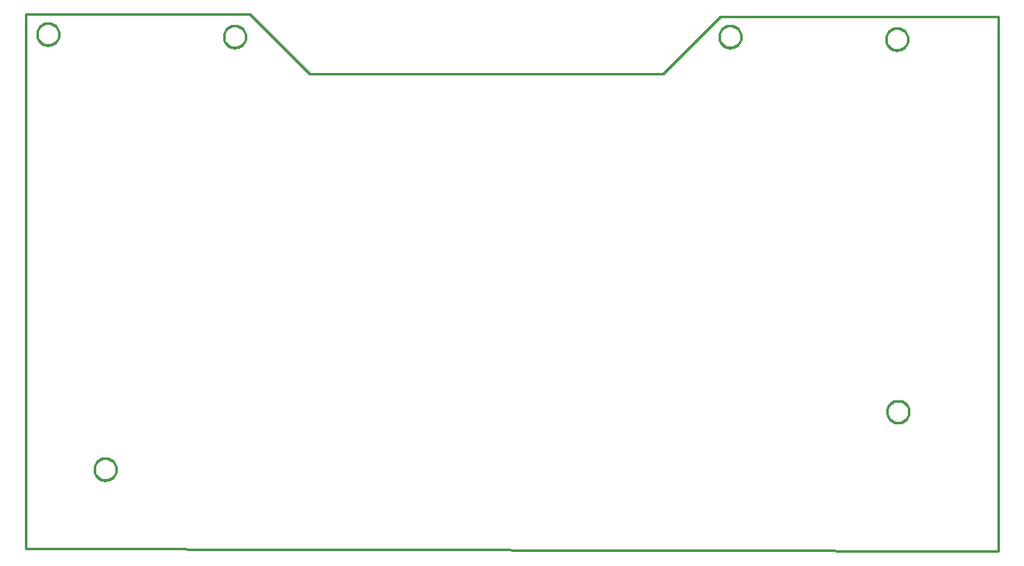
<source format=gbr>
G04 EAGLE Gerber RS-274X export*
G75*
%MOMM*%
%FSLAX34Y34*%
%LPD*%
%IN*%
%IPPOS*%
%AMOC8*
5,1,8,0,0,1.08239X$1,22.5*%
G01*
%ADD10C,0.254000*%


D10*
X0Y0D02*
X992380Y-2540D01*
X992380Y543460D01*
X708660Y543560D01*
X650240Y485140D01*
X289560Y485140D01*
X228700Y546000D01*
X0Y546000D01*
X0Y0D01*
X900250Y520258D02*
X900181Y519377D01*
X900042Y518504D01*
X899836Y517644D01*
X899563Y516803D01*
X899225Y515986D01*
X898823Y515199D01*
X898361Y514445D01*
X897842Y513730D01*
X897268Y513058D01*
X896642Y512433D01*
X895970Y511858D01*
X895255Y511339D01*
X894501Y510877D01*
X893714Y510476D01*
X892897Y510137D01*
X892056Y509864D01*
X891196Y509658D01*
X890323Y509519D01*
X889442Y509450D01*
X888558Y509450D01*
X887677Y509519D01*
X886804Y509658D01*
X885944Y509864D01*
X885103Y510137D01*
X884286Y510476D01*
X883499Y510877D01*
X882745Y511339D01*
X882030Y511858D01*
X881358Y512433D01*
X880733Y513058D01*
X880158Y513730D01*
X879639Y514445D01*
X879177Y515199D01*
X878776Y515986D01*
X878437Y516803D01*
X878164Y517644D01*
X877958Y518504D01*
X877819Y519377D01*
X877750Y520258D01*
X877750Y521142D01*
X877819Y522023D01*
X877958Y522896D01*
X878164Y523756D01*
X878437Y524597D01*
X878776Y525414D01*
X879177Y526201D01*
X879639Y526955D01*
X880158Y527670D01*
X880733Y528342D01*
X881358Y528968D01*
X882030Y529542D01*
X882745Y530061D01*
X883499Y530523D01*
X884286Y530925D01*
X885103Y531263D01*
X885944Y531536D01*
X886804Y531742D01*
X887677Y531881D01*
X888558Y531950D01*
X889442Y531950D01*
X890323Y531881D01*
X891196Y531742D01*
X892056Y531536D01*
X892897Y531263D01*
X893714Y530925D01*
X894501Y530523D01*
X895255Y530061D01*
X895970Y529542D01*
X896642Y528968D01*
X897268Y528342D01*
X897842Y527670D01*
X898361Y526955D01*
X898823Y526201D01*
X899225Y525414D01*
X899563Y524597D01*
X899836Y523756D01*
X900042Y522896D01*
X900181Y522023D01*
X900250Y521142D01*
X900250Y520258D01*
X901250Y139558D02*
X901181Y138677D01*
X901042Y137804D01*
X900836Y136944D01*
X900563Y136103D01*
X900225Y135286D01*
X899823Y134499D01*
X899361Y133745D01*
X898842Y133030D01*
X898268Y132358D01*
X897642Y131733D01*
X896970Y131158D01*
X896255Y130639D01*
X895501Y130177D01*
X894714Y129776D01*
X893897Y129437D01*
X893056Y129164D01*
X892196Y128958D01*
X891323Y128819D01*
X890442Y128750D01*
X889558Y128750D01*
X888677Y128819D01*
X887804Y128958D01*
X886944Y129164D01*
X886103Y129437D01*
X885286Y129776D01*
X884499Y130177D01*
X883745Y130639D01*
X883030Y131158D01*
X882358Y131733D01*
X881733Y132358D01*
X881158Y133030D01*
X880639Y133745D01*
X880177Y134499D01*
X879776Y135286D01*
X879437Y136103D01*
X879164Y136944D01*
X878958Y137804D01*
X878819Y138677D01*
X878750Y139558D01*
X878750Y140442D01*
X878819Y141323D01*
X878958Y142196D01*
X879164Y143056D01*
X879437Y143897D01*
X879776Y144714D01*
X880177Y145501D01*
X880639Y146255D01*
X881158Y146970D01*
X881733Y147642D01*
X882358Y148268D01*
X883030Y148842D01*
X883745Y149361D01*
X884499Y149823D01*
X885286Y150225D01*
X886103Y150563D01*
X886944Y150836D01*
X887804Y151042D01*
X888677Y151181D01*
X889558Y151250D01*
X890442Y151250D01*
X891323Y151181D01*
X892196Y151042D01*
X893056Y150836D01*
X893897Y150563D01*
X894714Y150225D01*
X895501Y149823D01*
X896255Y149361D01*
X896970Y148842D01*
X897642Y148268D01*
X898268Y147642D01*
X898842Y146970D01*
X899361Y146255D01*
X899823Y145501D01*
X900225Y144714D01*
X900563Y143897D01*
X900836Y143056D01*
X901042Y142196D01*
X901181Y141323D01*
X901250Y140442D01*
X901250Y139558D01*
X730070Y522798D02*
X730001Y521917D01*
X729862Y521044D01*
X729656Y520184D01*
X729383Y519343D01*
X729045Y518526D01*
X728643Y517739D01*
X728181Y516985D01*
X727662Y516270D01*
X727088Y515598D01*
X726462Y514973D01*
X725790Y514398D01*
X725075Y513879D01*
X724321Y513417D01*
X723534Y513016D01*
X722717Y512677D01*
X721876Y512404D01*
X721016Y512198D01*
X720143Y512059D01*
X719262Y511990D01*
X718378Y511990D01*
X717497Y512059D01*
X716624Y512198D01*
X715764Y512404D01*
X714923Y512677D01*
X714106Y513016D01*
X713319Y513417D01*
X712565Y513879D01*
X711850Y514398D01*
X711178Y514973D01*
X710553Y515598D01*
X709978Y516270D01*
X709459Y516985D01*
X708997Y517739D01*
X708596Y518526D01*
X708257Y519343D01*
X707984Y520184D01*
X707778Y521044D01*
X707639Y521917D01*
X707570Y522798D01*
X707570Y523682D01*
X707639Y524563D01*
X707778Y525436D01*
X707984Y526296D01*
X708257Y527137D01*
X708596Y527954D01*
X708997Y528741D01*
X709459Y529495D01*
X709978Y530210D01*
X710553Y530882D01*
X711178Y531508D01*
X711850Y532082D01*
X712565Y532601D01*
X713319Y533063D01*
X714106Y533465D01*
X714923Y533803D01*
X715764Y534076D01*
X716624Y534282D01*
X717497Y534421D01*
X718378Y534490D01*
X719262Y534490D01*
X720143Y534421D01*
X721016Y534282D01*
X721876Y534076D01*
X722717Y533803D01*
X723534Y533465D01*
X724321Y533063D01*
X725075Y532601D01*
X725790Y532082D01*
X726462Y531508D01*
X727088Y530882D01*
X727662Y530210D01*
X728181Y529495D01*
X728643Y528741D01*
X729045Y527954D01*
X729383Y527137D01*
X729656Y526296D01*
X729862Y525436D01*
X730001Y524563D01*
X730070Y523682D01*
X730070Y522798D01*
X224610Y522798D02*
X224541Y521917D01*
X224402Y521044D01*
X224196Y520184D01*
X223923Y519343D01*
X223585Y518526D01*
X223183Y517739D01*
X222721Y516985D01*
X222202Y516270D01*
X221628Y515598D01*
X221002Y514973D01*
X220330Y514398D01*
X219615Y513879D01*
X218861Y513417D01*
X218074Y513016D01*
X217257Y512677D01*
X216416Y512404D01*
X215556Y512198D01*
X214683Y512059D01*
X213802Y511990D01*
X212918Y511990D01*
X212037Y512059D01*
X211164Y512198D01*
X210304Y512404D01*
X209463Y512677D01*
X208646Y513016D01*
X207859Y513417D01*
X207105Y513879D01*
X206390Y514398D01*
X205718Y514973D01*
X205093Y515598D01*
X204518Y516270D01*
X203999Y516985D01*
X203537Y517739D01*
X203136Y518526D01*
X202797Y519343D01*
X202524Y520184D01*
X202318Y521044D01*
X202179Y521917D01*
X202110Y522798D01*
X202110Y523682D01*
X202179Y524563D01*
X202318Y525436D01*
X202524Y526296D01*
X202797Y527137D01*
X203136Y527954D01*
X203537Y528741D01*
X203999Y529495D01*
X204518Y530210D01*
X205093Y530882D01*
X205718Y531508D01*
X206390Y532082D01*
X207105Y532601D01*
X207859Y533063D01*
X208646Y533465D01*
X209463Y533803D01*
X210304Y534076D01*
X211164Y534282D01*
X212037Y534421D01*
X212918Y534490D01*
X213802Y534490D01*
X214683Y534421D01*
X215556Y534282D01*
X216416Y534076D01*
X217257Y533803D01*
X218074Y533465D01*
X218861Y533063D01*
X219615Y532601D01*
X220330Y532082D01*
X221002Y531508D01*
X221628Y530882D01*
X222202Y530210D01*
X222721Y529495D01*
X223183Y528741D01*
X223585Y527954D01*
X223923Y527137D01*
X224196Y526296D01*
X224402Y525436D01*
X224541Y524563D01*
X224610Y523682D01*
X224610Y522798D01*
X34110Y525338D02*
X34041Y524457D01*
X33902Y523584D01*
X33696Y522724D01*
X33423Y521883D01*
X33085Y521066D01*
X32683Y520279D01*
X32221Y519525D01*
X31702Y518810D01*
X31128Y518138D01*
X30502Y517513D01*
X29830Y516938D01*
X29115Y516419D01*
X28361Y515957D01*
X27574Y515556D01*
X26757Y515217D01*
X25916Y514944D01*
X25056Y514738D01*
X24183Y514599D01*
X23302Y514530D01*
X22418Y514530D01*
X21537Y514599D01*
X20664Y514738D01*
X19804Y514944D01*
X18963Y515217D01*
X18146Y515556D01*
X17359Y515957D01*
X16605Y516419D01*
X15890Y516938D01*
X15218Y517513D01*
X14593Y518138D01*
X14018Y518810D01*
X13499Y519525D01*
X13037Y520279D01*
X12636Y521066D01*
X12297Y521883D01*
X12024Y522724D01*
X11818Y523584D01*
X11679Y524457D01*
X11610Y525338D01*
X11610Y526222D01*
X11679Y527103D01*
X11818Y527976D01*
X12024Y528836D01*
X12297Y529677D01*
X12636Y530494D01*
X13037Y531281D01*
X13499Y532035D01*
X14018Y532750D01*
X14593Y533422D01*
X15218Y534048D01*
X15890Y534622D01*
X16605Y535141D01*
X17359Y535603D01*
X18146Y536005D01*
X18963Y536343D01*
X19804Y536616D01*
X20664Y536822D01*
X21537Y536961D01*
X22418Y537030D01*
X23302Y537030D01*
X24183Y536961D01*
X25056Y536822D01*
X25916Y536616D01*
X26757Y536343D01*
X27574Y536005D01*
X28361Y535603D01*
X29115Y535141D01*
X29830Y534622D01*
X30502Y534048D01*
X31128Y533422D01*
X31702Y532750D01*
X32221Y532035D01*
X32683Y531281D01*
X33085Y530494D01*
X33423Y529677D01*
X33696Y528836D01*
X33902Y527976D01*
X34041Y527103D01*
X34110Y526222D01*
X34110Y525338D01*
X92530Y80838D02*
X92461Y79957D01*
X92322Y79084D01*
X92116Y78224D01*
X91843Y77383D01*
X91505Y76566D01*
X91103Y75779D01*
X90641Y75025D01*
X90122Y74310D01*
X89548Y73638D01*
X88922Y73013D01*
X88250Y72438D01*
X87535Y71919D01*
X86781Y71457D01*
X85994Y71056D01*
X85177Y70717D01*
X84336Y70444D01*
X83476Y70238D01*
X82603Y70099D01*
X81722Y70030D01*
X80838Y70030D01*
X79957Y70099D01*
X79084Y70238D01*
X78224Y70444D01*
X77383Y70717D01*
X76566Y71056D01*
X75779Y71457D01*
X75025Y71919D01*
X74310Y72438D01*
X73638Y73013D01*
X73013Y73638D01*
X72438Y74310D01*
X71919Y75025D01*
X71457Y75779D01*
X71056Y76566D01*
X70717Y77383D01*
X70444Y78224D01*
X70238Y79084D01*
X70099Y79957D01*
X70030Y80838D01*
X70030Y81722D01*
X70099Y82603D01*
X70238Y83476D01*
X70444Y84336D01*
X70717Y85177D01*
X71056Y85994D01*
X71457Y86781D01*
X71919Y87535D01*
X72438Y88250D01*
X73013Y88922D01*
X73638Y89548D01*
X74310Y90122D01*
X75025Y90641D01*
X75779Y91103D01*
X76566Y91505D01*
X77383Y91843D01*
X78224Y92116D01*
X79084Y92322D01*
X79957Y92461D01*
X80838Y92530D01*
X81722Y92530D01*
X82603Y92461D01*
X83476Y92322D01*
X84336Y92116D01*
X85177Y91843D01*
X85994Y91505D01*
X86781Y91103D01*
X87535Y90641D01*
X88250Y90122D01*
X88922Y89548D01*
X89548Y88922D01*
X90122Y88250D01*
X90641Y87535D01*
X91103Y86781D01*
X91505Y85994D01*
X91843Y85177D01*
X92116Y84336D01*
X92322Y83476D01*
X92461Y82603D01*
X92530Y81722D01*
X92530Y80838D01*
M02*

</source>
